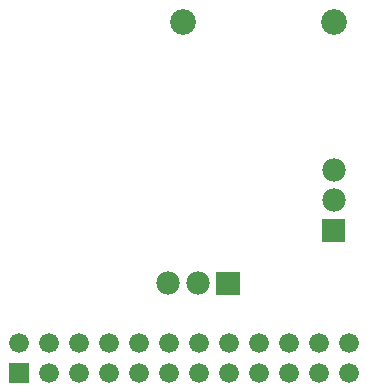
<source format=gbr>
G04 start of page 7 for group -4062 idx -4062 *
G04 Title: (unknown), soldermask *
G04 Creator: pcb 1.99z *
G04 CreationDate: Wed 27 Mar 2013 05:03:31 PM GMT UTC *
G04 For: nock *
G04 Format: Gerber/RS-274X *
G04 PCB-Dimensions (mil): 6000.00 5000.00 *
G04 PCB-Coordinate-Origin: lower left *
%MOIN*%
%FSLAX25Y25*%
%LNBOTTOMMASK*%
%ADD52C,0.0860*%
%ADD51C,0.0780*%
%ADD50C,0.0001*%
%ADD49C,0.0660*%
G54D49*X220000Y202500D03*
X230000D03*
X240000D03*
X250000D03*
G54D50*G36*
X186700Y205800D02*Y199200D01*
X193300D01*
Y205800D01*
X186700D01*
G37*
G54D49*X200000Y202500D03*
X210000D03*
X240000Y212500D03*
X230000D03*
X220000D03*
X210000D03*
X200000D03*
X190000D03*
X260000Y202500D03*
Y212500D03*
X250000D03*
G54D50*G36*
X255942Y236184D02*Y228384D01*
X263742D01*
Y236184D01*
X255942D01*
G37*
G54D51*X249842Y232284D03*
X239842D03*
G54D49*X270000Y202500D03*
Y212500D03*
X280000Y202500D03*
Y212500D03*
X290000Y202500D03*
X300000D03*
Y212500D03*
X290000D03*
G54D52*X295100Y319300D03*
G54D50*G36*
X291100Y253900D02*Y246100D01*
X298900D01*
Y253900D01*
X291100D01*
G37*
G54D51*X295000Y260000D03*
Y270000D03*
G54D52*X244900Y319300D03*
M02*

</source>
